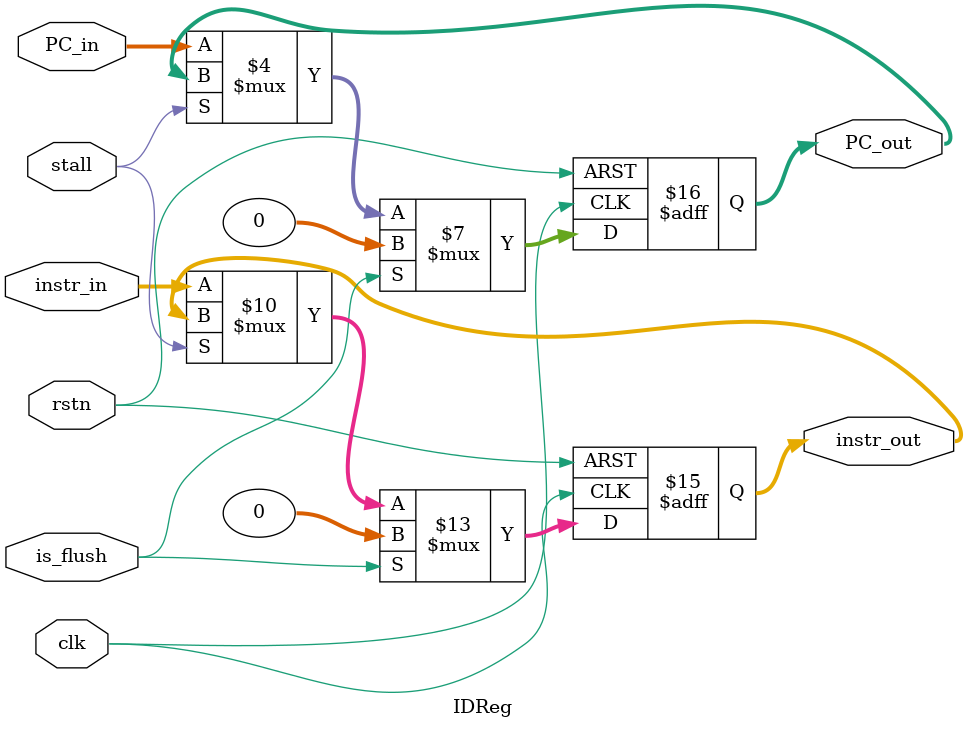
<source format=v>
`timescale 1ns / 1ps
module IDReg(
input clk,
input rstn,
input stall,
input is_flush,
input [31:0] instr_in,
input [31:0]PC_in,
output reg [31:0] instr_out,
output reg [31:0] PC_out
);

always @(posedge clk or negedge rstn) begin
    if (!rstn) begin
        instr_out <= 32'b0;
        PC_out <= 32'b0;
    end else if (is_flush) begin
        instr_out <= 32'b0;
        PC_out <= 32'b0;
    end else if (stall) begin
        instr_out <= instr_out;
        PC_out <= PC_out;
    end else begin
        instr_out <= instr_in;
        PC_out <= PC_in;
    end
end
endmodule
</source>
